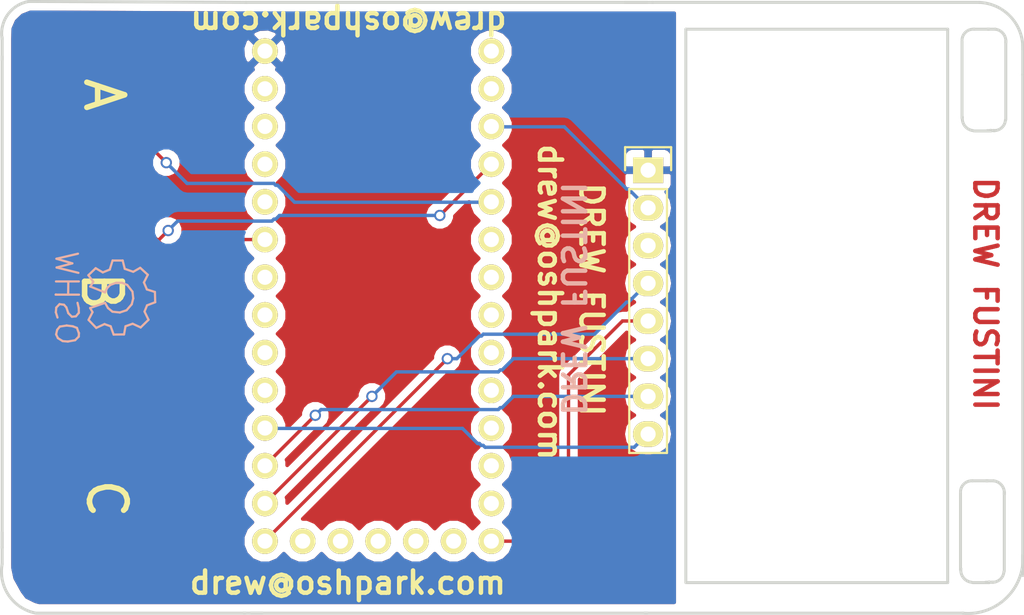
<source format=kicad_pcb>
(kicad_pcb (version 4) (host pcbnew 4.0.2-1.fc23-product)

  (general
    (links 10)
    (no_connects 0)
    (area 119.126 90.932 189.484 133.731)
    (thickness 1.6)
    (drawings 56)
    (tracks 81)
    (zones 0)
    (modules 6)
    (nets 35)
  )

  (page A4)
  (layers
    (0 F.Cu signal)
    (31 B.Cu signal)
    (32 B.Adhes user)
    (33 F.Adhes user)
    (34 B.Paste user)
    (35 F.Paste user)
    (36 B.SilkS user)
    (37 F.SilkS user)
    (38 B.Mask user)
    (39 F.Mask user)
    (40 Dwgs.User user hide)
    (41 Cmts.User user hide)
    (42 Eco1.User user hide)
    (43 Eco2.User user hide)
    (44 Edge.Cuts user)
    (45 Margin user hide)
    (46 B.CrtYd user hide)
    (47 F.CrtYd user hide)
    (48 B.Fab user hide)
    (49 F.Fab user hide)
  )

  (setup
    (last_trace_width 0.2286)
    (trace_clearance 0.254)
    (zone_clearance 0.508)
    (zone_45_only no)
    (trace_min 0.2286)
    (segment_width 0.2)
    (edge_width 0.2)
    (via_size 0.762)
    (via_drill 0.508)
    (via_min_size 0.762)
    (via_min_drill 0.508)
    (uvia_size 0.3)
    (uvia_drill 0.1)
    (uvias_allowed no)
    (uvia_min_size 0)
    (uvia_min_drill 0)
    (pcb_text_width 0.3)
    (pcb_text_size 1.5 1.5)
    (mod_edge_width 0.15)
    (mod_text_size 1 1)
    (mod_text_width 0.15)
    (pad_size 1.524 1.524)
    (pad_drill 0.762)
    (pad_to_mask_clearance 0.2)
    (aux_axis_origin 0 0)
    (visible_elements FFFFFF7F)
    (pcbplotparams
      (layerselection 0x00030_80000001)
      (usegerberextensions false)
      (excludeedgelayer true)
      (linewidth 0.100000)
      (plotframeref false)
      (viasonmask false)
      (mode 1)
      (useauxorigin false)
      (hpglpennumber 1)
      (hpglpenspeed 20)
      (hpglpendiameter 15)
      (hpglpenoverlay 2)
      (psnegative false)
      (psa4output false)
      (plotreference true)
      (plotvalue true)
      (plotinvisibletext false)
      (padsonsilk false)
      (subtractmaskfromsilk false)
      (outputformat 1)
      (mirror false)
      (drillshape 1)
      (scaleselection 1)
      (outputdirectory ""))
  )

  (net 0 "")
  (net 1 "Net-(J1-Pad0)")
  (net 2 "Net-(J1-Pad1)")
  (net 3 "Net-(J1-Pad2)")
  (net 4 "Net-(J1-Pad3)")
  (net 5 "Net-(J1-Pad5)")
  (net 6 "Net-(J1-Pad6)")
  (net 7 "Net-(J1-Pad7)")
  (net 8 "Net-(J1-Pad8)")
  (net 9 "Net-(J1-Pad17A)")
  (net 10 "Net-(J1-Pad3V1)")
  (net 11 "Net-(J1-PadG2)")
  (net 12 "Net-(J1-PadPGM)")
  (net 13 "Net-(J1-PadDAC)")
  (net 14 "Net-(J1-Pad16)")
  (net 15 "Net-(J1-Pad17)")
  (net 16 "Net-(J1-PadG3)")
  (net 17 "Net-(J1-PadVIN)")
  (net 18 "Net-(J1-Pad21)")
  (net 19 "Net-(J1-Pad20)")
  (net 20 "Net-(J1-Pad14)")
  (net 21 "Net-(J1-Pad15)")
  (net 22 /CS)
  (net 23 /RST)
  (net 24 /GND)
  (net 25 /VIN)
  (net 26 /Data)
  (net 27 /CLK)
  (net 28 /DC)
  (net 29 "Net-(J1-Pad18)")
  (net 30 "Net-(J1-Pad19)")
  (net 31 "Net-(J2-Pad3)")
  (net 32 "Net-(CAP3-Pad1)")
  (net 33 "Net-(CAP1-Pad1)")
  (net 34 "Net-(CAP2-Pad1)")

  (net_class Default "This is the default net class."
    (clearance 0.254)
    (trace_width 0.2286)
    (via_dia 0.762)
    (via_drill 0.508)
    (uvia_dia 0.3)
    (uvia_drill 0.1)
    (add_net /CLK)
    (add_net /CS)
    (add_net /DC)
    (add_net /Data)
    (add_net /GND)
    (add_net /RST)
    (add_net /VIN)
    (add_net "Net-(CAP1-Pad1)")
    (add_net "Net-(CAP2-Pad1)")
    (add_net "Net-(CAP3-Pad1)")
    (add_net "Net-(J1-Pad0)")
    (add_net "Net-(J1-Pad1)")
    (add_net "Net-(J1-Pad14)")
    (add_net "Net-(J1-Pad15)")
    (add_net "Net-(J1-Pad16)")
    (add_net "Net-(J1-Pad17)")
    (add_net "Net-(J1-Pad17A)")
    (add_net "Net-(J1-Pad18)")
    (add_net "Net-(J1-Pad19)")
    (add_net "Net-(J1-Pad2)")
    (add_net "Net-(J1-Pad20)")
    (add_net "Net-(J1-Pad21)")
    (add_net "Net-(J1-Pad3)")
    (add_net "Net-(J1-Pad3V1)")
    (add_net "Net-(J1-Pad5)")
    (add_net "Net-(J1-Pad6)")
    (add_net "Net-(J1-Pad7)")
    (add_net "Net-(J1-Pad8)")
    (add_net "Net-(J1-PadDAC)")
    (add_net "Net-(J1-PadG2)")
    (add_net "Net-(J1-PadG3)")
    (add_net "Net-(J1-PadPGM)")
    (add_net "Net-(J1-PadVIN)")
    (add_net "Net-(J2-Pad3)")
  )

  (module Wickerlib:TEENSY-LC (layer F.Cu) (tedit 5773C019) (tstamp 5774F54A)
    (at 148.5011 105.0036)
    (path /573A858B)
    (fp_text reference J1 (at 2.8829 20.2184) (layer F.SilkS) hide
      (effects (font (size 1 1) (thickness 0.15)))
    )
    (fp_text value TEENSY-LC (at -2.54 20.32 180) (layer F.Fab)
      (effects (font (size 1 1) (thickness 0.15)))
    )
    (fp_text user "TEENSY LC" (at -3.5941 10.5664) (layer F.SilkS) hide
      (effects (font (size 1 1) (thickness 0.15)))
    )
    (fp_line (start -11.43 24.13) (end 6.35 24.13) (layer F.CrtYd) (width 0.1524))
    (fp_line (start -11.43 -11.43) (end -11.43 24.13) (layer F.CrtYd) (width 0.1524))
    (fp_line (start 6.35 -11.43) (end -11.43 -11.43) (layer F.CrtYd) (width 0.1524))
    (fp_line (start 6.35 24.13) (end 6.35 -11.43) (layer F.CrtYd) (width 0.1524))
    (pad G1 thru_hole circle (at -10.16 -10.16) (size 1.7272 1.7272) (drill 1.016) (layers *.Cu *.Mask F.SilkS)
      (net 24 /GND))
    (pad 0 thru_hole circle (at -10.16 -7.62) (size 1.7272 1.7272) (drill 1.016) (layers *.Cu *.Mask F.SilkS)
      (net 1 "Net-(J1-Pad0)"))
    (pad 1 thru_hole circle (at -10.16 -5.08) (size 1.7272 1.7272) (drill 1.016) (layers *.Cu *.Mask F.SilkS)
      (net 2 "Net-(J1-Pad1)"))
    (pad 2 thru_hole circle (at -10.16 -2.54) (size 1.7272 1.7272) (drill 1.016) (layers *.Cu *.Mask F.SilkS)
      (net 3 "Net-(J1-Pad2)"))
    (pad 3 thru_hole circle (at -10.16 0) (size 1.7272 1.7272) (drill 1.016) (layers *.Cu *.Mask F.SilkS)
      (net 4 "Net-(J1-Pad3)"))
    (pad 4 thru_hole circle (at -10.16 2.54) (size 1.7272 1.7272) (drill 1.016) (layers *.Cu *.Mask F.SilkS)
      (net 32 "Net-(CAP3-Pad1)"))
    (pad 5 thru_hole circle (at -10.16 5.08) (size 1.7272 1.7272) (drill 1.016) (layers *.Cu *.Mask F.SilkS)
      (net 5 "Net-(J1-Pad5)"))
    (pad 6 thru_hole circle (at -10.16 7.62) (size 1.7272 1.7272) (drill 1.016) (layers *.Cu *.Mask F.SilkS)
      (net 6 "Net-(J1-Pad6)"))
    (pad 7 thru_hole circle (at -10.16 10.16) (size 1.7272 1.7272) (drill 1.016) (layers *.Cu *.Mask F.SilkS)
      (net 7 "Net-(J1-Pad7)"))
    (pad 8 thru_hole circle (at -10.16 12.7) (size 1.7272 1.7272) (drill 1.016) (layers *.Cu *.Mask F.SilkS)
      (net 8 "Net-(J1-Pad8)"))
    (pad 9 thru_hole circle (at -10.16 15.24) (size 1.7272 1.7272) (drill 1.016) (layers *.Cu *.Mask F.SilkS)
      (net 26 /Data))
    (pad 10 thru_hole circle (at -10.16 17.78) (size 1.7272 1.7272) (drill 1.016) (layers *.Cu *.Mask F.SilkS)
      (net 27 /CLK))
    (pad 11 thru_hole circle (at -10.16 20.32) (size 1.7272 1.7272) (drill 1.016) (layers *.Cu *.Mask F.SilkS)
      (net 28 /DC))
    (pad 12 thru_hole circle (at -10.16 22.86) (size 1.7272 1.7272) (drill 1.016) (layers *.Cu *.Mask F.SilkS)
      (net 22 /CS))
    (pad 17A thru_hole circle (at -7.62 22.86) (size 1.7272 1.7272) (drill 1.016) (layers *.Cu *.Mask F.SilkS)
      (net 9 "Net-(J1-Pad17A)"))
    (pad 3V1 thru_hole circle (at -5.08 22.86) (size 1.7272 1.7272) (drill 1.016) (layers *.Cu *.Mask F.SilkS)
      (net 10 "Net-(J1-Pad3V1)"))
    (pad G2 thru_hole circle (at -2.54 22.86) (size 1.7272 1.7272) (drill 1.016) (layers *.Cu *.Mask F.SilkS)
      (net 11 "Net-(J1-PadG2)"))
    (pad PGM thru_hole circle (at 0 22.86) (size 1.7272 1.7272) (drill 1.016) (layers *.Cu *.Mask F.SilkS)
      (net 12 "Net-(J1-PadPGM)"))
    (pad DAC thru_hole circle (at 2.54 22.86) (size 1.7272 1.7272) (drill 1.016) (layers *.Cu *.Mask F.SilkS)
      (net 13 "Net-(J1-PadDAC)"))
    (pad 13 thru_hole circle (at 5.08 22.86) (size 1.7272 1.7272) (drill 1.016) (layers *.Cu *.Mask F.SilkS)
      (net 23 /RST))
    (pad 16 thru_hole circle (at 5.08 15.24) (size 1.7272 1.7272) (drill 1.016) (layers *.Cu *.Mask F.SilkS)
      (net 14 "Net-(J1-Pad16)"))
    (pad 3V2 thru_hole circle (at 5.08 -5.08) (size 1.7272 1.7272) (drill 1.016) (layers *.Cu *.Mask F.SilkS)
      (net 25 /VIN))
    (pad 18 thru_hole circle (at 5.08 10.16) (size 1.7272 1.7272) (drill 1.016) (layers *.Cu *.Mask F.SilkS)
      (net 29 "Net-(J1-Pad18)"))
    (pad 17 thru_hole circle (at 5.08 12.7) (size 1.7272 1.7272) (drill 1.016) (layers *.Cu *.Mask F.SilkS)
      (net 15 "Net-(J1-Pad17)"))
    (pad G3 thru_hole circle (at 5.08 -7.62) (size 1.7272 1.7272) (drill 1.016) (layers *.Cu *.Mask F.SilkS)
      (net 16 "Net-(J1-PadG3)"))
    (pad 22 thru_hole circle (at 5.08 0) (size 1.7272 1.7272) (drill 1.016) (layers *.Cu *.Mask F.SilkS)
      (net 33 "Net-(CAP1-Pad1)"))
    (pad VIN thru_hole circle (at 5.08 -10.16) (size 1.7272 1.7272) (drill 1.016) (layers *.Cu *.Mask F.SilkS)
      (net 17 "Net-(J1-PadVIN)"))
    (pad 21 thru_hole circle (at 5.08 2.54) (size 1.7272 1.7272) (drill 1.016) (layers *.Cu *.Mask F.SilkS)
      (net 18 "Net-(J1-Pad21)"))
    (pad 20 thru_hole circle (at 5.08 5.08) (size 1.7272 1.7272) (drill 1.016) (layers *.Cu *.Mask F.SilkS)
      (net 19 "Net-(J1-Pad20)"))
    (pad 19 thru_hole circle (at 5.08 7.62) (size 1.7272 1.7272) (drill 1.016) (layers *.Cu *.Mask F.SilkS)
      (net 30 "Net-(J1-Pad19)"))
    (pad 23 thru_hole circle (at 5.08 -2.54) (size 1.7272 1.7272) (drill 1.016) (layers *.Cu *.Mask F.SilkS)
      (net 34 "Net-(CAP2-Pad1)"))
    (pad 14 thru_hole circle (at 5.08 20.32) (size 1.7272 1.7272) (drill 1.016) (layers *.Cu *.Mask F.SilkS)
      (net 20 "Net-(J1-Pad14)"))
    (pad 15 thru_hole circle (at 5.08 17.78) (size 1.7272 1.7272) (drill 1.016) (layers *.Cu *.Mask F.SilkS)
      (net 21 "Net-(J1-Pad15)"))
  )

  (module Wickerlib:Pin_Header_Straight_1x08 (layer F.Cu) (tedit 5773C005) (tstamp 5774F561)
    (at 164.1348 102.87)
    (descr "Through hole pin header")
    (tags "pin header")
    (path /573AD5FE)
    (fp_text reference J2 (at 0 -5.1) (layer F.SilkS) hide
      (effects (font (size 1 1) (thickness 0.15)))
    )
    (fp_text value OLED_128x64 (at 0 -3.1) (layer F.Fab) hide
      (effects (font (size 1 1) (thickness 0.15)))
    )
    (fp_line (start -1.75 -1.75) (end -1.75 19.55) (layer F.CrtYd) (width 0.05))
    (fp_line (start 1.75 -1.75) (end 1.75 19.55) (layer F.CrtYd) (width 0.05))
    (fp_line (start -1.75 -1.75) (end 1.75 -1.75) (layer F.CrtYd) (width 0.05))
    (fp_line (start -1.75 19.55) (end 1.75 19.55) (layer F.CrtYd) (width 0.05))
    (fp_line (start 1.27 1.27) (end 1.27 19.05) (layer F.SilkS) (width 0.15))
    (fp_line (start 1.27 19.05) (end -1.27 19.05) (layer F.SilkS) (width 0.15))
    (fp_line (start -1.27 19.05) (end -1.27 1.27) (layer F.SilkS) (width 0.15))
    (fp_line (start 1.55 -1.55) (end 1.55 0) (layer F.SilkS) (width 0.15))
    (fp_line (start 1.27 1.27) (end -1.27 1.27) (layer F.SilkS) (width 0.15))
    (fp_line (start -1.55 0) (end -1.55 -1.55) (layer F.SilkS) (width 0.15))
    (fp_line (start -1.55 -1.55) (end 1.55 -1.55) (layer F.SilkS) (width 0.15))
    (pad 1 thru_hole rect (at 0 0) (size 2.032 1.7272) (drill 1.016) (layers *.Cu *.Mask F.SilkS)
      (net 24 /GND))
    (pad 2 thru_hole oval (at 0 2.54) (size 2.032 1.7272) (drill 1.016) (layers *.Cu *.Mask F.SilkS)
      (net 25 /VIN))
    (pad 3 thru_hole oval (at 0 5.08) (size 2.032 1.7272) (drill 1.016) (layers *.Cu *.Mask F.SilkS)
      (net 31 "Net-(J2-Pad3)"))
    (pad 4 thru_hole oval (at 0 7.62) (size 2.032 1.7272) (drill 1.016) (layers *.Cu *.Mask F.SilkS)
      (net 22 /CS))
    (pad 5 thru_hole oval (at 0 10.16) (size 2.032 1.7272) (drill 1.016) (layers *.Cu *.Mask F.SilkS)
      (net 23 /RST))
    (pad 6 thru_hole oval (at 0 12.7) (size 2.032 1.7272) (drill 1.016) (layers *.Cu *.Mask F.SilkS)
      (net 28 /DC))
    (pad 7 thru_hole oval (at 0 15.24) (size 2.032 1.7272) (drill 1.016) (layers *.Cu *.Mask F.SilkS)
      (net 27 /CLK))
    (pad 8 thru_hole oval (at 0 17.78) (size 2.032 1.7272) (drill 1.016) (layers *.Cu *.Mask F.SilkS)
      (net 26 /Data))
    (model Pin_Headers.3dshapes/Pin_Header_Straight_1x08.wrl
      (at (xyz 0 -0.35 0))
      (scale (xyz 1 1 1))
      (rotate (xyz 0 0 90))
    )
  )

  (module Wickerlib:Symbol_OSHW-Logo_SilkScreen (layer B.Cu) (tedit 57E18EBE) (tstamp 5775109D)
    (at 128.4732 111.4552 90)
    (descr "Symbol, OSHW-Logo, Silk Screen,")
    (tags "Symbol, OSHW-Logo, Silk Screen,")
    (fp_text reference REF** (at 0.09906 4.38912 90) (layer B.SilkS) hide
      (effects (font (size 1 1) (thickness 0.15)) (justify mirror))
    )
    (fp_text value Symbol_OSHW-Logo_SilkScreen (at 0.30988 -6.56082 90) (layer B.Fab) hide
      (effects (font (size 1 1) (thickness 0.15)) (justify mirror))
    )
    (fp_line (start 1.66878 -2.68986) (end 2.02946 -4.16052) (layer B.SilkS) (width 0.15))
    (fp_line (start 2.02946 -4.16052) (end 2.30886 -3.0988) (layer B.SilkS) (width 0.15))
    (fp_line (start 2.30886 -3.0988) (end 2.61874 -4.17068) (layer B.SilkS) (width 0.15))
    (fp_line (start 2.61874 -4.17068) (end 2.9591 -2.72034) (layer B.SilkS) (width 0.15))
    (fp_line (start 0.24892 -3.38074) (end 1.03886 -3.37058) (layer B.SilkS) (width 0.15))
    (fp_line (start 1.03886 -3.37058) (end 1.04902 -3.38074) (layer B.SilkS) (width 0.15))
    (fp_line (start 1.04902 -3.38074) (end 1.04902 -3.37058) (layer B.SilkS) (width 0.15))
    (fp_line (start 1.08966 -2.65938) (end 1.08966 -4.20116) (layer B.SilkS) (width 0.15))
    (fp_line (start 0.20066 -2.64922) (end 0.20066 -4.21894) (layer B.SilkS) (width 0.15))
    (fp_line (start 0.20066 -4.21894) (end 0.21082 -4.20878) (layer B.SilkS) (width 0.15))
    (fp_line (start -0.35052 -2.75082) (end -0.70104 -2.66954) (layer B.SilkS) (width 0.15))
    (fp_line (start -0.70104 -2.66954) (end -1.02108 -2.65938) (layer B.SilkS) (width 0.15))
    (fp_line (start -1.02108 -2.65938) (end -1.25984 -2.86004) (layer B.SilkS) (width 0.15))
    (fp_line (start -1.25984 -2.86004) (end -1.29032 -3.12928) (layer B.SilkS) (width 0.15))
    (fp_line (start -1.29032 -3.12928) (end -1.04902 -3.37058) (layer B.SilkS) (width 0.15))
    (fp_line (start -1.04902 -3.37058) (end -0.6604 -3.50012) (layer B.SilkS) (width 0.15))
    (fp_line (start -0.6604 -3.50012) (end -0.48006 -3.66014) (layer B.SilkS) (width 0.15))
    (fp_line (start -0.48006 -3.66014) (end -0.43942 -3.95986) (layer B.SilkS) (width 0.15))
    (fp_line (start -0.43942 -3.95986) (end -0.67056 -4.18084) (layer B.SilkS) (width 0.15))
    (fp_line (start -0.67056 -4.18084) (end -0.9906 -4.20878) (layer B.SilkS) (width 0.15))
    (fp_line (start -0.9906 -4.20878) (end -1.34112 -4.09956) (layer B.SilkS) (width 0.15))
    (fp_line (start -2.37998 -2.64922) (end -2.6289 -2.66954) (layer B.SilkS) (width 0.15))
    (fp_line (start -2.6289 -2.66954) (end -2.8702 -2.91084) (layer B.SilkS) (width 0.15))
    (fp_line (start -2.8702 -2.91084) (end -2.9591 -3.40106) (layer B.SilkS) (width 0.15))
    (fp_line (start -2.9591 -3.40106) (end -2.93116 -3.74904) (layer B.SilkS) (width 0.15))
    (fp_line (start -2.93116 -3.74904) (end -2.7305 -4.06908) (layer B.SilkS) (width 0.15))
    (fp_line (start -2.7305 -4.06908) (end -2.47904 -4.191) (layer B.SilkS) (width 0.15))
    (fp_line (start -2.47904 -4.191) (end -2.16916 -4.11988) (layer B.SilkS) (width 0.15))
    (fp_line (start -2.16916 -4.11988) (end -1.95072 -3.93954) (layer B.SilkS) (width 0.15))
    (fp_line (start -1.95072 -3.93954) (end -1.8796 -3.4798) (layer B.SilkS) (width 0.15))
    (fp_line (start -1.8796 -3.4798) (end -1.9304 -3.07086) (layer B.SilkS) (width 0.15))
    (fp_line (start -1.9304 -3.07086) (end -2.03962 -2.78892) (layer B.SilkS) (width 0.15))
    (fp_line (start -2.03962 -2.78892) (end -2.4003 -2.65938) (layer B.SilkS) (width 0.15))
    (fp_line (start -1.78054 -0.92964) (end -2.03962 -1.49098) (layer B.SilkS) (width 0.15))
    (fp_line (start -2.03962 -1.49098) (end -1.50114 -2.00914) (layer B.SilkS) (width 0.15))
    (fp_line (start -1.50114 -2.00914) (end -0.98044 -1.7399) (layer B.SilkS) (width 0.15))
    (fp_line (start -0.98044 -1.7399) (end -0.70104 -1.89992) (layer B.SilkS) (width 0.15))
    (fp_line (start 0.73914 -1.8796) (end 1.06934 -1.6891) (layer B.SilkS) (width 0.15))
    (fp_line (start 1.06934 -1.6891) (end 1.50876 -2.0193) (layer B.SilkS) (width 0.15))
    (fp_line (start 1.50876 -2.0193) (end 1.9812 -1.52908) (layer B.SilkS) (width 0.15))
    (fp_line (start 1.9812 -1.52908) (end 1.69926 -1.04902) (layer B.SilkS) (width 0.15))
    (fp_line (start 1.69926 -1.04902) (end 1.88976 -0.57912) (layer B.SilkS) (width 0.15))
    (fp_line (start 1.88976 -0.57912) (end 2.49936 -0.39116) (layer B.SilkS) (width 0.15))
    (fp_line (start 2.49936 -0.39116) (end 2.49936 0.28956) (layer B.SilkS) (width 0.15))
    (fp_line (start 2.49936 0.28956) (end 1.94056 0.42926) (layer B.SilkS) (width 0.15))
    (fp_line (start 1.94056 0.42926) (end 1.7399 1.00076) (layer B.SilkS) (width 0.15))
    (fp_line (start 1.7399 1.00076) (end 2.00914 1.47066) (layer B.SilkS) (width 0.15))
    (fp_line (start 2.00914 1.47066) (end 1.53924 1.9812) (layer B.SilkS) (width 0.15))
    (fp_line (start 1.53924 1.9812) (end 1.02108 1.71958) (layer B.SilkS) (width 0.15))
    (fp_line (start 1.02108 1.71958) (end 0.55118 1.92024) (layer B.SilkS) (width 0.15))
    (fp_line (start 0.55118 1.92024) (end 0.381 2.46126) (layer B.SilkS) (width 0.15))
    (fp_line (start 0.381 2.46126) (end -0.30988 2.47904) (layer B.SilkS) (width 0.15))
    (fp_line (start -0.30988 2.47904) (end -0.5207 1.9304) (layer B.SilkS) (width 0.15))
    (fp_line (start -0.5207 1.9304) (end -0.9398 1.76022) (layer B.SilkS) (width 0.15))
    (fp_line (start -0.9398 1.76022) (end -1.49098 2.02946) (layer B.SilkS) (width 0.15))
    (fp_line (start -1.49098 2.02946) (end -2.00914 1.50114) (layer B.SilkS) (width 0.15))
    (fp_line (start -2.00914 1.50114) (end -1.76022 0.96012) (layer B.SilkS) (width 0.15))
    (fp_line (start -1.76022 0.96012) (end -1.9304 0.48006) (layer B.SilkS) (width 0.15))
    (fp_line (start -1.9304 0.48006) (end -2.47904 0.381) (layer B.SilkS) (width 0.15))
    (fp_line (start -2.47904 0.381) (end -2.4892 -0.32004) (layer B.SilkS) (width 0.15))
    (fp_line (start -2.4892 -0.32004) (end -1.9304 -0.5207) (layer B.SilkS) (width 0.15))
    (fp_line (start -1.9304 -0.5207) (end -1.7907 -0.91948) (layer B.SilkS) (width 0.15))
    (fp_line (start 0.35052 -0.89916) (end 0.65024 -0.7493) (layer B.SilkS) (width 0.15))
    (fp_line (start 0.65024 -0.7493) (end 0.8509 -0.55118) (layer B.SilkS) (width 0.15))
    (fp_line (start 0.8509 -0.55118) (end 1.00076 -0.14986) (layer B.SilkS) (width 0.15))
    (fp_line (start 1.00076 -0.14986) (end 1.00076 0.24892) (layer B.SilkS) (width 0.15))
    (fp_line (start 1.00076 0.24892) (end 0.8509 0.59944) (layer B.SilkS) (width 0.15))
    (fp_line (start 0.8509 0.59944) (end 0.39878 0.94996) (layer B.SilkS) (width 0.15))
    (fp_line (start 0.39878 0.94996) (end -0.0508 1.00076) (layer B.SilkS) (width 0.15))
    (fp_line (start -0.0508 1.00076) (end -0.44958 0.89916) (layer B.SilkS) (width 0.15))
    (fp_line (start -0.44958 0.89916) (end -0.8509 0.55118) (layer B.SilkS) (width 0.15))
    (fp_line (start -0.8509 0.55118) (end -1.00076 0.09906) (layer B.SilkS) (width 0.15))
    (fp_line (start -1.00076 0.09906) (end -0.94996 -0.39878) (layer B.SilkS) (width 0.15))
    (fp_line (start -0.94996 -0.39878) (end -0.70104 -0.70104) (layer B.SilkS) (width 0.15))
    (fp_line (start -0.70104 -0.70104) (end -0.35052 -0.89916) (layer B.SilkS) (width 0.15))
    (fp_line (start -0.35052 -0.89916) (end -0.70104 -1.89992) (layer B.SilkS) (width 0.15))
    (fp_line (start 0.35052 -0.89916) (end 0.7493 -1.89992) (layer B.SilkS) (width 0.15))
  )

  (module Wickerlib:CAPSENSE_CIRCLE_D10 (layer F.Cu) (tedit 57E18478) (tstamp 57E18022)
    (at 127.4318 98.0948 90)
    (path /57E17B23)
    (fp_text reference CAP1 (at -0.025 -7.05 90) (layer F.SilkS) hide
      (effects (font (size 1 1) (thickness 0.15)))
    )
    (fp_text value CAPSENSE_CIRCLE (at 0.025 7.325 90) (layer F.Fab)
      (effects (font (size 1 1) (thickness 0.15)))
    )
    (pad 1 smd circle (at 0 0 90) (size 10.16 10.16) (layers F.Cu)
      (net 33 "Net-(CAP1-Pad1)") (clearance 0.508))
  )

  (module Wickerlib:CAPSENSE_CIRCLE_D10 (layer F.Cu) (tedit 57E18471) (tstamp 57E18027)
    (at 127.6096 111.0996)
    (path /57E17C95)
    (fp_text reference CAP2 (at -0.025 -7.05) (layer F.SilkS) hide
      (effects (font (size 1 1) (thickness 0.15)))
    )
    (fp_text value CAPSENSE_CIRCLE (at 0.025 7.325) (layer F.Fab)
      (effects (font (size 1 1) (thickness 0.15)))
    )
    (pad 1 smd circle (at 0 0) (size 10.16 10.16) (layers F.Cu)
      (net 34 "Net-(CAP2-Pad1)") (clearance 0.508))
  )

  (module Wickerlib:CAPSENSE_CIRCLE_D10 (layer F.Cu) (tedit 57E18464) (tstamp 57E1802C)
    (at 127.8636 125.349)
    (path /57E17E3A)
    (fp_text reference CAP3 (at -0.025 -7.05) (layer F.SilkS) hide
      (effects (font (size 1 1) (thickness 0.15)))
    )
    (fp_text value CAPSENSE_CIRCLE (at 0.025 7.325) (layer F.Fab)
      (effects (font (size 1 1) (thickness 0.15)))
    )
    (pad 1 smd circle (at 0 0) (size 10.16 10.16) (layers F.Cu)
      (net 32 "Net-(CAP3-Pad1)") (clearance 0.508))
  )

  (gr_line (start 166.6748 130.6576) (end 184.3024 130.6576) (angle 90) (layer Edge.Cuts) (width 0.2))
  (gr_line (start 166.6748 93.3704) (end 184.3024 93.3704) (angle 90) (layer Edge.Cuts) (width 0.2))
  (gr_line (start 166.6748 130.6068) (end 166.6748 93.3704) (angle 90) (layer Edge.Cuts) (width 0.2))
  (gr_line (start 184.3024 93.3704) (end 184.3024 130.6576) (angle 90) (layer Edge.Cuts) (width 0.2))
  (gr_line (start 188.1124 124.5616) (end 188.1124 129.8956) (angle 90) (layer Edge.Cuts) (width 0.2) (tstamp 57E18649))
  (gr_line (start 185.166 124.6124) (end 185.166 129.794) (angle 90) (layer Edge.Cuts) (width 0.2) (tstamp 57E18648))
  (gr_arc (start 187.2996 124.6124) (end 187.4012 123.7996) (angle 90) (layer Edge.Cuts) (width 0.2) (tstamp 57E18647))
  (gr_arc (start 185.928 124.5616) (end 185.166 124.5108) (angle 90) (layer Edge.Cuts) (width 0.2) (tstamp 57E18646))
  (gr_line (start 186.8932 123.7996) (end 187.4012 123.7996) (angle 90) (layer Edge.Cuts) (width 0.2) (tstamp 57E18645))
  (gr_line (start 187.3758 130.6322) (end 186.8678 130.6322) (angle 90) (layer Edge.Cuts) (width 0.2) (tstamp 57E18644))
  (gr_arc (start 187.325 129.8702) (end 188.087 129.921) (angle 90) (layer Edge.Cuts) (width 0.2) (tstamp 57E18643))
  (gr_arc (start 186.0042 129.8194) (end 185.9026 130.6322) (angle 90) (layer Edge.Cuts) (width 0.2) (tstamp 57E18642))
  (gr_line (start 185.9788 130.6576) (end 187.0964 130.6576) (angle 90) (layer Edge.Cuts) (width 0.2) (tstamp 57E18641))
  (gr_line (start 187.0964 130.6576) (end 187.0964 130.6068) (angle 90) (layer Edge.Cuts) (width 0.2) (tstamp 57E18640))
  (gr_line (start 185.9788 123.7996) (end 186.9948 123.7996) (angle 90) (layer Edge.Cuts) (width 0.2) (tstamp 57E1863F))
  (gr_line (start 186.0804 93.3704) (end 187.0964 93.3704) (angle 90) (layer Edge.Cuts) (width 0.2))
  (gr_line (start 187.198 100.2284) (end 187.198 100.1776) (angle 90) (layer Edge.Cuts) (width 0.2))
  (gr_line (start 186.0804 100.2284) (end 187.198 100.2284) (angle 90) (layer Edge.Cuts) (width 0.2))
  (gr_arc (start 186.1058 99.3902) (end 186.0042 100.203) (angle 90) (layer Edge.Cuts) (width 0.2) (tstamp 57E1855C))
  (gr_arc (start 187.4266 99.441) (end 188.1886 99.4918) (angle 90) (layer Edge.Cuts) (width 0.2) (tstamp 57E1855B))
  (gr_line (start 187.4774 100.203) (end 186.9694 100.203) (angle 90) (layer Edge.Cuts) (width 0.2) (tstamp 57E1855A))
  (gr_line (start 186.9948 93.3704) (end 187.5028 93.3704) (angle 90) (layer Edge.Cuts) (width 0.2))
  (gr_arc (start 186.0296 94.1324) (end 185.2676 94.0816) (angle 90) (layer Edge.Cuts) (width 0.2))
  (gr_arc (start 187.4012 94.1832) (end 187.5028 93.3704) (angle 90) (layer Edge.Cuts) (width 0.2))
  (gr_line (start 185.2676 94.1832) (end 185.2676 99.3648) (angle 90) (layer Edge.Cuts) (width 0.2))
  (gr_line (start 188.214 94.1324) (end 188.214 99.4664) (angle 90) (layer Edge.Cuts) (width 0.2))
  (gr_text "DREW FUSTINI" (at 186.8424 111.2012 270) (layer F.Cu) (tstamp 57E1833F)
    (effects (font (size 1.5 1.5) (thickness 0.3)))
  )
  (gr_text C (at 127.6858 124.9934 270) (layer F.SilkS) (tstamp 57E18255)
    (effects (font (size 2.54 2.54) (thickness 0.375)))
  )
  (gr_text B (at 127.3556 111.0234 270) (layer F.SilkS) (tstamp 57E1824C)
    (effects (font (size 2.54 2.54) (thickness 0.375)))
  )
  (gr_text A (at 127.508 97.79 270) (layer F.SilkS)
    (effects (font (size 2.54 2.54) (thickness 0.375)))
  )
  (gr_line (start 137.0965 91.567) (end 122.9995 91.5035) (layer Edge.Cuts) (width 0.2))
  (gr_line (start 137.033 132.715) (end 122.9995 132.715) (layer Edge.Cuts) (width 0.2))
  (gr_line (start 163.8935 132.715) (end 185.3565 132.715) (angle 90) (layer Edge.Cuts) (width 0.2))
  (gr_line (start 189.357 96.4565) (end 189.357 94.4245) (angle 90) (layer Edge.Cuts) (width 0.2))
  (gr_line (start 164.4015 91.567) (end 186.436 91.567) (angle 90) (layer Edge.Cuts) (width 0.2))
  (gr_text "drew@oshpark.com\n" (at 143.9672 92.964 180) (layer F.SilkS)
    (effects (font (size 1.5 1.5) (thickness 0.3)))
  )
  (gr_text "drew@oshpark.com\n" (at 143.9164 130.6576) (layer F.SilkS)
    (effects (font (size 1.5 1.5) (thickness 0.3)))
  )
  (gr_text "drew@oshpark.com\n" (at 157.5308 111.76 270) (layer F.SilkS)
    (effects (font (size 1.5 1.5) (thickness 0.3)))
  )
  (gr_text "DREW FUSTINI" (at 160.3248 111.5822 270) (layer F.SilkS)
    (effects (font (size 1.5 1.5) (thickness 0.3)))
  )
  (gr_text "DREW FUSTINI" (at 186.8424 111.2012 270) (layer F.Mask)
    (effects (font (size 1.5 1.5) (thickness 0.3)))
  )
  (gr_text "DREW FUSTINI" (at 159.0802 111.5314 270) (layer B.SilkS)
    (effects (font (size 1.5 1.5) (thickness 0.3)) (justify mirror))
  )
  (gr_line (start 122.428 91.5035) (end 123.063 91.5035) (angle 90) (layer Edge.Cuts) (width 0.2))
  (gr_line (start 120.65 93.9165) (end 120.65 95.4405) (angle 90) (layer Edge.Cuts) (width 0.2))
  (gr_arc (start 122.809 93.6625) (end 120.65 94.0435) (angle 90) (layer Edge.Cuts) (width 0.2))
  (gr_line (start 162.56 91.567) (end 164.465 91.567) (angle 90) (layer Edge.Cuts) (width 0.2))
  (gr_arc (start 186.309 94.615) (end 186.436 91.567) (angle 90) (layer Edge.Cuts) (width 0.2))
  (gr_line (start 120.65 128.27) (end 120.65 129.413) (angle 90) (layer Edge.Cuts) (width 0.2))
  (gr_line (start 136.906 132.715) (end 138.176 132.715) (angle 90) (layer Edge.Cuts) (width 0.2))
  (gr_line (start 189.357 128.778) (end 189.357 129.667) (angle 90) (layer Edge.Cuts) (width 0.2))
  (gr_arc (start 185.674 129.032) (end 189.357 129.413) (angle 90) (layer Edge.Cuts) (width 0.2))
  (gr_arc (start 123.444 129.921) (end 122.936 132.715) (angle 90) (layer Edge.Cuts) (width 0.2))
  (gr_line (start 189.357 96.393) (end 189.357 130.175) (angle 90) (layer Edge.Cuts) (width 0.2))
  (gr_line (start 120.65 128.27) (end 120.65 127.254) (angle 90) (layer Edge.Cuts) (width 0.2))
  (gr_line (start 120.65 95.1865) (end 120.65 128.3335) (angle 90) (layer Edge.Cuts) (width 0.2))
  (gr_line (start 137.414 132.715) (end 164.084 132.715) (angle 90) (layer Edge.Cuts) (width 0.2))
  (gr_line (start 137.033 91.567) (end 164.084 91.567) (angle 90) (layer Edge.Cuts) (width 0.2))

  (segment (start 164.1348 110.49) (end 164.084 110.49) (width 0.2286) (layer B.Cu) (net 22) (status 80000))
  (segment (start 164.084 110.49) (end 162.814 111.76) (width 0.2286) (layer B.Cu) (net 22) (status 80000))
  (segment (start 162.814 111.76) (end 162.687 111.76) (width 0.2286) (layer B.Cu) (net 22) (status 80000))
  (segment (start 162.687 111.76) (end 160.528 113.919) (width 0.2286) (layer B.Cu) (net 22) (status 80000))
  (segment (start 160.528 113.919) (end 153.035 113.919) (width 0.2286) (layer B.Cu) (net 22) (status 80000))
  (segment (start 153.035 113.919) (end 152.908 114.046) (width 0.2286) (layer B.Cu) (net 22) (status 80000))
  (segment (start 152.908 114.046) (end 152.781 114.046) (width 0.2286) (layer B.Cu) (net 22) (status 80000))
  (segment (start 152.781 114.046) (end 151.257 115.57) (width 0.2286) (layer B.Cu) (net 22) (status 80000))
  (segment (start 151.257 115.57) (end 150.622 115.57) (width 0.2286) (layer B.Cu) (net 22) (status 80000))
  (via (at 150.622 115.57) (size 0.762) (layers F.Cu B.Cu) (net 22) (status 80000))
  (segment (start 150.622 115.57) (end 138.303 127.889) (width 0.2286) (layer F.Cu) (net 22) (status 80000))
  (segment (start 138.303 127.889) (end 138.3411 127.8636) (width 0.2286) (layer F.Cu) (net 22) (tstamp 57E191B0) (status 80000))
  (segment (start 153.5811 127.8636) (end 157.3276 127.8636) (width 0.2286) (layer F.Cu) (net 23))
  (segment (start 157.3276 127.8636) (end 158.7754 126.4158) (width 0.2286) (layer F.Cu) (net 23) (tstamp 57E191CA))
  (segment (start 158.7754 126.4158) (end 158.7754 116.6622) (width 0.2286) (layer F.Cu) (net 23) (tstamp 57E191CC))
  (segment (start 158.7754 116.6622) (end 162.4076 113.03) (width 0.2286) (layer F.Cu) (net 23) (tstamp 57E191CE))
  (segment (start 162.4076 113.03) (end 164.1348 113.03) (width 0.2286) (layer F.Cu) (net 23) (tstamp 57E191CF))
  (segment (start 164.1348 113.03) (end 163.957 113.03) (width 0.2286) (layer F.Cu) (net 23) (status 80000))
  (segment (start 153.543 127.254) (end 153.543 127.889) (width 0.2286) (layer F.Cu) (net 23) (status 80000))
  (segment (start 153.543 127.889) (end 153.5811 127.8636) (width 0.2286) (layer F.Cu) (net 23) (tstamp 57E191AF) (status 80000))
  (segment (start 164.1348 105.41) (end 164.084 105.41) (width 0.2286) (layer B.Cu) (net 25) (status 80000))
  (segment (start 164.084 105.41) (end 162.814 104.14) (width 0.2286) (layer B.Cu) (net 25) (status 80000))
  (segment (start 162.814 104.14) (end 162.687 104.14) (width 0.2286) (layer B.Cu) (net 25) (status 80000))
  (segment (start 162.687 104.14) (end 158.496 99.949) (width 0.2286) (layer B.Cu) (net 25) (status 80000))
  (segment (start 158.496 99.949) (end 153.543 99.949) (width 0.2286) (layer B.Cu) (net 25) (status 80000))
  (segment (start 153.543 99.949) (end 153.5811 99.9236) (width 0.2286) (layer B.Cu) (net 25) (tstamp 57E191AB) (status 80000))
  (segment (start 164.1348 120.65) (end 164.084 120.65) (width 0.2286) (layer B.Cu) (net 26) (status 80000))
  (segment (start 164.084 120.65) (end 163.195 121.539) (width 0.2286) (layer B.Cu) (net 26) (status 80000))
  (segment (start 163.195 121.539) (end 153.162 121.539) (width 0.2286) (layer B.Cu) (net 26) (status 80000))
  (segment (start 153.162 121.539) (end 153.035 121.412) (width 0.2286) (layer B.Cu) (net 26) (status 80000))
  (segment (start 153.035 121.412) (end 152.908 121.412) (width 0.2286) (layer B.Cu) (net 26) (status 80000))
  (segment (start 152.908 121.412) (end 152.781 121.285) (width 0.2286) (layer B.Cu) (net 26) (status 80000))
  (segment (start 152.781 121.285) (end 152.654 121.285) (width 0.2286) (layer B.Cu) (net 26) (status 80000))
  (segment (start 152.654 121.285) (end 151.638 120.269) (width 0.2286) (layer B.Cu) (net 26) (status 80000))
  (segment (start 151.638 120.269) (end 138.303 120.269) (width 0.2286) (layer B.Cu) (net 26) (status 80000))
  (segment (start 138.303 120.269) (end 138.3411 120.2436) (width 0.2286) (layer B.Cu) (net 26) (tstamp 57E191AA) (status 80000))
  (segment (start 138.3411 122.7836) (end 138.303 122.809) (width 0.2286) (layer F.Cu) (net 27) (status 80000))
  (segment (start 138.303 122.809) (end 141.732 119.38) (width 0.2286) (layer F.Cu) (net 27) (status 80000))
  (via (at 141.732 119.38) (size 0.762) (layers F.Cu B.Cu) (net 27) (status 80000))
  (segment (start 141.732 119.38) (end 142.113 118.999) (width 0.2286) (layer B.Cu) (net 27) (status 80000))
  (segment (start 142.113 118.999) (end 154.051 118.999) (width 0.2286) (layer B.Cu) (net 27) (status 80000))
  (segment (start 154.051 118.999) (end 154.178 118.872) (width 0.2286) (layer B.Cu) (net 27) (status 80000))
  (segment (start 154.178 118.872) (end 154.305 118.872) (width 0.2286) (layer B.Cu) (net 27) (status 80000))
  (segment (start 154.305 118.872) (end 155.067 118.11) (width 0.2286) (layer B.Cu) (net 27) (status 80000))
  (segment (start 155.067 118.11) (end 164.1348 118.11) (width 0.2286) (layer B.Cu) (net 27) (status 80000))
  (segment (start 138.3411 125.3236) (end 138.303 125.349) (width 0.2286) (layer F.Cu) (net 28) (status 80000))
  (segment (start 138.303 125.349) (end 145.542 118.11) (width 0.2286) (layer F.Cu) (net 28) (status 80000))
  (via (at 145.542 118.11) (size 0.762) (layers F.Cu B.Cu) (net 28) (status 80000))
  (segment (start 145.542 118.11) (end 147.193 116.459) (width 0.2286) (layer B.Cu) (net 28) (status 80000))
  (segment (start 147.193 116.459) (end 154.051 116.459) (width 0.2286) (layer B.Cu) (net 28) (status 80000))
  (segment (start 154.051 116.459) (end 154.178 116.332) (width 0.2286) (layer B.Cu) (net 28) (status 80000))
  (segment (start 154.178 116.332) (end 154.305 116.332) (width 0.2286) (layer B.Cu) (net 28) (status 80000))
  (segment (start 154.305 116.332) (end 155.067 115.57) (width 0.2286) (layer B.Cu) (net 28) (status 80000))
  (segment (start 155.067 115.57) (end 164.1348 115.57) (width 0.2286) (layer B.Cu) (net 28) (status 80000))
  (segment (start 138.3411 107.5436) (end 135.89 107.5436) (width 0.2286) (layer F.Cu) (net 32))
  (segment (start 135.89 107.5436) (end 134.4422 108.9914) (width 0.2286) (layer F.Cu) (net 32) (tstamp 57E191BB))
  (segment (start 134.4422 108.9914) (end 134.4422 118.7704) (width 0.2286) (layer F.Cu) (net 32) (tstamp 57E191BD))
  (segment (start 134.4422 118.7704) (end 127.8636 125.349) (width 0.2286) (layer F.Cu) (net 32) (tstamp 57E191BF))
  (segment (start 138.3411 107.5436) (end 138.303 107.569) (width 0.2286) (layer F.Cu) (net 32) (status 80000))
  (segment (start 127.889 125.349) (end 127.8636 125.349) (width 0.2286) (layer F.Cu) (net 32) (tstamp 57E191AE) (status 80000))
  (segment (start 127.4318 98.0948) (end 131.699 102.362) (width 0.2286) (layer F.Cu) (net 33) (status 80000))
  (via (at 131.699 102.362) (size 0.762) (layers F.Cu B.Cu) (net 33) (status 80000))
  (segment (start 131.699 102.362) (end 133.096 103.759) (width 0.2286) (layer B.Cu) (net 33) (status 80000))
  (segment (start 133.096 103.759) (end 138.938 103.759) (width 0.2286) (layer B.Cu) (net 33) (status 80000))
  (segment (start 138.938 103.759) (end 139.065 103.886) (width 0.2286) (layer B.Cu) (net 33) (status 80000))
  (segment (start 139.065 103.886) (end 139.192 103.886) (width 0.2286) (layer B.Cu) (net 33) (status 80000))
  (segment (start 139.192 103.886) (end 140.335 105.029) (width 0.2286) (layer B.Cu) (net 33) (status 80000))
  (segment (start 140.335 105.029) (end 153.543 105.029) (width 0.2286) (layer B.Cu) (net 33) (status 80000))
  (segment (start 153.543 105.029) (end 153.5811 105.0036) (width 0.2286) (layer B.Cu) (net 33) (tstamp 57E191AC) (status 80000))
  (segment (start 127.6096 111.0996) (end 127.762 110.998) (width 0.2286) (layer F.Cu) (net 34) (status 80000))
  (segment (start 127.762 110.998) (end 131.826 106.934) (width 0.2286) (layer F.Cu) (net 34) (status 80000))
  (via (at 131.826 106.934) (size 0.762) (layers F.Cu B.Cu) (net 34) (status 80000))
  (segment (start 131.826 106.934) (end 132.461 106.299) (width 0.2286) (layer B.Cu) (net 34) (status 80000))
  (segment (start 132.461 106.299) (end 138.811 106.299) (width 0.2286) (layer B.Cu) (net 34) (status 80000))
  (segment (start 138.811 106.299) (end 138.938 106.172) (width 0.2286) (layer B.Cu) (net 34) (status 80000))
  (segment (start 138.938 106.172) (end 139.065 106.172) (width 0.2286) (layer B.Cu) (net 34) (status 80000))
  (segment (start 139.065 106.172) (end 139.319 105.918) (width 0.2286) (layer B.Cu) (net 34) (status 80000))
  (segment (start 139.319 105.918) (end 150.114 105.918) (width 0.2286) (layer B.Cu) (net 34) (status 80000))
  (via (at 150.114 105.918) (size 0.762) (layers F.Cu B.Cu) (net 34) (status 80000))
  (segment (start 150.114 105.918) (end 153.543 102.489) (width 0.2286) (layer F.Cu) (net 34) (status 80000))
  (segment (start 153.543 102.489) (end 153.5811 102.4636) (width 0.2286) (layer F.Cu) (net 34) (tstamp 57E191AD) (status 80000))

  (zone (net 24) (net_name /GND) (layer F.Cu) (tstamp 57E188AE) (hatch edge 0.508)
    (connect_pads (clearance 0.508))
    (min_thickness 0.254)
    (fill yes (arc_segments 16) (thermal_gap 0.508) (thermal_bridge_width 0.508))
    (polygon
      (pts
        (xy 166.0144 99.4664) (xy 166.0144 91.9988) (xy 122.428 91.948) (xy 121.8184 92.2528) (xy 121.412 92.71)
        (xy 121.158 93.1672) (xy 121.0564 93.6244) (xy 121.158 129.1844) (xy 121.412 130.4036) (xy 121.92 131.318)
        (xy 122.2248 131.7244) (xy 122.8344 132.0292) (xy 123.3932 132.1816) (xy 144.5768 132.1816) (xy 155.6512 132.1816)
        (xy 166.0144 132.1816) (xy 166.0144 99.3648)
      )
    )
    (filled_polygon
      (pts
        (xy 137.031569 92.301715) (xy 137.033 92.302) (xy 165.8874 92.302) (xy 165.8874 131.98) (xy 123.136675 131.98)
        (xy 122.940388 131.926467) (xy 122.809541 131.87478) (xy 122.308412 131.624216) (xy 122.026806 131.248741) (xy 121.532394 130.358799)
        (xy 121.389378 129.672323) (xy 121.385 129.406938) (xy 121.385 126.480796) (xy 122.147611 126.480796) (xy 123.015834 128.582058)
        (xy 124.622086 130.191116) (xy 126.721829 131.063005) (xy 128.995396 131.064989) (xy 131.096658 130.196766) (xy 132.705716 128.590514)
        (xy 133.577605 126.490771) (xy 133.579589 124.217204) (xy 132.711366 122.115942) (xy 132.434089 121.838181) (xy 134.972035 119.300235)
        (xy 135.134463 119.057145) (xy 135.1915 118.7704) (xy 135.1915 109.30177) (xy 136.20037 108.2929) (xy 137.029217 108.2929)
        (xy 137.069908 108.39138) (xy 137.491103 108.81331) (xy 137.492031 108.813695) (xy 137.07139 109.233603) (xy 136.842761 109.784202)
        (xy 136.842241 110.380382) (xy 137.069908 110.93138) (xy 137.491103 111.35331) (xy 137.492031 111.353695) (xy 137.07139 111.773603)
        (xy 136.842761 112.324202) (xy 136.842241 112.920382) (xy 137.069908 113.47138) (xy 137.491103 113.89331) (xy 137.492031 113.893695)
        (xy 137.07139 114.313603) (xy 136.842761 114.864202) (xy 136.842241 115.460382) (xy 137.069908 116.01138) (xy 137.491103 116.43331)
        (xy 137.492031 116.433695) (xy 137.07139 116.853603) (xy 136.842761 117.404202) (xy 136.842241 118.000382) (xy 137.069908 118.55138)
        (xy 137.491103 118.97331) (xy 137.492031 118.973695) (xy 137.07139 119.393603) (xy 136.842761 119.944202) (xy 136.842241 120.540382)
        (xy 137.069908 121.09138) (xy 137.491103 121.51331) (xy 137.492031 121.513695) (xy 137.07139 121.933603) (xy 136.842761 122.484202)
        (xy 136.842241 123.080382) (xy 137.069908 123.63138) (xy 137.491103 124.05331) (xy 137.492031 124.053695) (xy 137.07139 124.473603)
        (xy 136.842761 125.024202) (xy 136.842241 125.620382) (xy 137.069908 126.17138) (xy 137.491103 126.59331) (xy 137.492031 126.593695)
        (xy 137.07139 127.013603) (xy 136.842761 127.564202) (xy 136.842241 128.160382) (xy 137.069908 128.71138) (xy 137.491103 129.13331)
        (xy 138.041702 129.361939) (xy 138.637882 129.362459) (xy 139.18888 129.134792) (xy 139.61081 128.713597) (xy 139.611195 128.712669)
        (xy 140.031103 129.13331) (xy 140.581702 129.361939) (xy 141.177882 129.362459) (xy 141.72888 129.134792) (xy 142.15081 128.713597)
        (xy 142.151195 128.712669) (xy 142.571103 129.13331) (xy 143.121702 129.361939) (xy 143.717882 129.362459) (xy 144.26888 129.134792)
        (xy 144.69081 128.713597) (xy 144.691195 128.712669) (xy 145.111103 129.13331) (xy 145.661702 129.361939) (xy 146.257882 129.362459)
        (xy 146.80888 129.134792) (xy 147.23081 128.713597) (xy 147.231195 128.712669) (xy 147.651103 129.13331) (xy 148.201702 129.361939)
        (xy 148.797882 129.362459) (xy 149.34888 129.134792) (xy 149.77081 128.713597) (xy 149.771195 128.712669) (xy 150.191103 129.13331)
        (xy 150.741702 129.361939) (xy 151.337882 129.362459) (xy 151.88888 129.134792) (xy 152.31081 128.713597) (xy 152.311195 128.712669)
        (xy 152.731103 129.13331) (xy 153.281702 129.361939) (xy 153.877882 129.362459) (xy 154.42888 129.134792) (xy 154.85081 128.713597)
        (xy 154.892623 128.6129) (xy 157.3276 128.6129) (xy 157.614345 128.555863) (xy 157.857435 128.393435) (xy 159.305235 126.945635)
        (xy 159.467663 126.702545) (xy 159.5247 126.4158) (xy 159.5247 116.97257) (xy 162.697008 113.800262) (xy 162.890385 114.08967)
        (xy 163.205166 114.3) (xy 162.890385 114.51033) (xy 162.565529 114.996511) (xy 162.451455 115.57) (xy 162.565529 116.143489)
        (xy 162.890385 116.62967) (xy 163.205166 116.84) (xy 162.890385 117.05033) (xy 162.565529 117.536511) (xy 162.451455 118.11)
        (xy 162.565529 118.683489) (xy 162.890385 119.16967) (xy 163.205166 119.38) (xy 162.890385 119.59033) (xy 162.565529 120.076511)
        (xy 162.451455 120.65) (xy 162.565529 121.223489) (xy 162.890385 121.70967) (xy 163.376566 122.034526) (xy 163.950055 122.1486)
        (xy 164.319545 122.1486) (xy 164.893034 122.034526) (xy 165.379215 121.70967) (xy 165.704071 121.223489) (xy 165.818145 120.65)
        (xy 165.704071 120.076511) (xy 165.379215 119.59033) (xy 165.064434 119.38) (xy 165.379215 119.16967) (xy 165.704071 118.683489)
        (xy 165.818145 118.11) (xy 165.704071 117.536511) (xy 165.379215 117.05033) (xy 165.064434 116.84) (xy 165.379215 116.62967)
        (xy 165.704071 116.143489) (xy 165.818145 115.57) (xy 165.704071 114.996511) (xy 165.379215 114.51033) (xy 165.064434 114.3)
        (xy 165.379215 114.08967) (xy 165.704071 113.603489) (xy 165.818145 113.03) (xy 165.704071 112.456511) (xy 165.379215 111.97033)
        (xy 165.064434 111.76) (xy 165.379215 111.54967) (xy 165.704071 111.063489) (xy 165.818145 110.49) (xy 165.704071 109.916511)
        (xy 165.379215 109.43033) (xy 165.064434 109.22) (xy 165.379215 109.00967) (xy 165.704071 108.523489) (xy 165.818145 107.95)
        (xy 165.704071 107.376511) (xy 165.379215 106.89033) (xy 165.064434 106.68) (xy 165.379215 106.46967) (xy 165.704071 105.983489)
        (xy 165.818145 105.41) (xy 165.704071 104.836511) (xy 165.379215 104.35033) (xy 165.35702 104.3355) (xy 165.510498 104.271927)
        (xy 165.689127 104.093299) (xy 165.7858 103.85991) (xy 165.7858 103.15575) (xy 165.62705 102.997) (xy 164.2618 102.997)
        (xy 164.2618 103.017) (xy 164.0078 103.017) (xy 164.0078 102.997) (xy 162.64255 102.997) (xy 162.4838 103.15575)
        (xy 162.4838 103.85991) (xy 162.580473 104.093299) (xy 162.759102 104.271927) (xy 162.91258 104.3355) (xy 162.890385 104.35033)
        (xy 162.565529 104.836511) (xy 162.451455 105.41) (xy 162.565529 105.983489) (xy 162.890385 106.46967) (xy 163.205166 106.68)
        (xy 162.890385 106.89033) (xy 162.565529 107.376511) (xy 162.451455 107.95) (xy 162.565529 108.523489) (xy 162.890385 109.00967)
        (xy 163.205166 109.22) (xy 162.890385 109.43033) (xy 162.565529 109.916511) (xy 162.451455 110.49) (xy 162.565529 111.063489)
        (xy 162.890385 111.54967) (xy 163.205166 111.76) (xy 162.890385 111.97033) (xy 162.683002 112.2807) (xy 162.4076 112.2807)
        (xy 162.120856 112.337736) (xy 161.877765 112.500165) (xy 158.245565 116.132365) (xy 158.083137 116.375455) (xy 158.0261 116.6622)
        (xy 158.0261 126.10543) (xy 157.01723 127.1143) (xy 154.892983 127.1143) (xy 154.852292 127.01582) (xy 154.431097 126.59389)
        (xy 154.430169 126.593505) (xy 154.85081 126.173597) (xy 155.079439 125.622998) (xy 155.079959 125.026818) (xy 154.852292 124.47582)
        (xy 154.431097 124.05389) (xy 154.430169 124.053505) (xy 154.85081 123.633597) (xy 155.079439 123.082998) (xy 155.079959 122.486818)
        (xy 154.852292 121.93582) (xy 154.431097 121.51389) (xy 154.430169 121.513505) (xy 154.85081 121.093597) (xy 155.079439 120.542998)
        (xy 155.079959 119.946818) (xy 154.852292 119.39582) (xy 154.431097 118.97389) (xy 154.430169 118.973505) (xy 154.85081 118.553597)
        (xy 155.079439 118.002998) (xy 155.079959 117.406818) (xy 154.852292 116.85582) (xy 154.431097 116.43389) (xy 154.430169 116.433505)
        (xy 154.85081 116.013597) (xy 155.079439 115.462998) (xy 155.079959 114.866818) (xy 154.852292 114.31582) (xy 154.431097 113.89389)
        (xy 154.430169 113.893505) (xy 154.85081 113.473597) (xy 155.079439 112.922998) (xy 155.079959 112.326818) (xy 154.852292 111.77582)
        (xy 154.431097 111.35389) (xy 154.430169 111.353505) (xy 154.85081 110.933597) (xy 155.079439 110.382998) (xy 155.079959 109.786818)
        (xy 154.852292 109.23582) (xy 154.431097 108.81389) (xy 154.430169 108.813505) (xy 154.85081 108.393597) (xy 155.079439 107.842998)
        (xy 155.079959 107.246818) (xy 154.852292 106.69582) (xy 154.431097 106.27389) (xy 154.430169 106.273505) (xy 154.85081 105.853597)
        (xy 155.079439 105.302998) (xy 155.079959 104.706818) (xy 154.852292 104.15582) (xy 154.431097 103.73389) (xy 154.430169 103.733505)
        (xy 154.85081 103.313597) (xy 155.079439 102.762998) (xy 155.079959 102.166818) (xy 154.961486 101.88009) (xy 162.4838 101.88009)
        (xy 162.4838 102.58425) (xy 162.64255 102.743) (xy 164.0078 102.743) (xy 164.0078 101.53015) (xy 164.2618 101.53015)
        (xy 164.2618 102.743) (xy 165.62705 102.743) (xy 165.7858 102.58425) (xy 165.7858 101.88009) (xy 165.689127 101.646701)
        (xy 165.510498 101.468073) (xy 165.277109 101.3714) (xy 164.42055 101.3714) (xy 164.2618 101.53015) (xy 164.0078 101.53015)
        (xy 163.84905 101.3714) (xy 162.992491 101.3714) (xy 162.759102 101.468073) (xy 162.580473 101.646701) (xy 162.4838 101.88009)
        (xy 154.961486 101.88009) (xy 154.852292 101.61582) (xy 154.431097 101.19389) (xy 154.430169 101.193505) (xy 154.85081 100.773597)
        (xy 155.079439 100.222998) (xy 155.079959 99.626818) (xy 154.852292 99.07582) (xy 154.431097 98.65389) (xy 154.430169 98.653505)
        (xy 154.85081 98.233597) (xy 155.079439 97.682998) (xy 155.079959 97.086818) (xy 154.852292 96.53582) (xy 154.431097 96.11389)
        (xy 154.430169 96.113505) (xy 154.85081 95.693597) (xy 155.079439 95.142998) (xy 155.079959 94.546818) (xy 154.852292 93.99582)
        (xy 154.431097 93.57389) (xy 153.880498 93.345261) (xy 153.284318 93.344741) (xy 152.73332 93.572408) (xy 152.31139 93.993603)
        (xy 152.082761 94.544202) (xy 152.082241 95.140382) (xy 152.309908 95.69138) (xy 152.731103 96.11331) (xy 152.732031 96.113695)
        (xy 152.31139 96.533603) (xy 152.082761 97.084202) (xy 152.082241 97.680382) (xy 152.309908 98.23138) (xy 152.731103 98.65331)
        (xy 152.732031 98.653695) (xy 152.31139 99.073603) (xy 152.082761 99.624202) (xy 152.082241 100.220382) (xy 152.309908 100.77138)
        (xy 152.731103 101.19331) (xy 152.732031 101.193695) (xy 152.31139 101.613603) (xy 152.082761 102.164202) (xy 152.082241 102.760382)
        (xy 152.120165 102.852165) (xy 150.070369 104.901961) (xy 149.912792 104.901824) (xy 149.539234 105.056175) (xy 149.253179 105.341731)
        (xy 149.098176 105.715018) (xy 149.097824 106.119208) (xy 149.252175 106.492766) (xy 149.537731 106.778821) (xy 149.911018 106.933824)
        (xy 150.315208 106.934176) (xy 150.688766 106.779825) (xy 150.974821 106.494269) (xy 151.129824 106.120982) (xy 151.129963 105.961707)
        (xy 152.082495 105.009175) (xy 152.082241 105.300382) (xy 152.309908 105.85138) (xy 152.731103 106.27331) (xy 152.732031 106.273695)
        (xy 152.31139 106.693603) (xy 152.082761 107.244202) (xy 152.082241 107.840382) (xy 152.309908 108.39138) (xy 152.731103 108.81331)
        (xy 152.732031 108.813695) (xy 152.31139 109.233603) (xy 152.082761 109.784202) (xy 152.082241 110.380382) (xy 152.309908 110.93138)
        (xy 152.731103 111.35331) (xy 152.732031 111.353695) (xy 152.31139 111.773603) (xy 152.082761 112.324202) (xy 152.082241 112.920382)
        (xy 152.309908 113.47138) (xy 152.731103 113.89331) (xy 152.732031 113.893695) (xy 152.31139 114.313603) (xy 152.082761 114.864202)
        (xy 152.082241 115.460382) (xy 152.309908 116.01138) (xy 152.731103 116.43331) (xy 152.732031 116.433695) (xy 152.31139 116.853603)
        (xy 152.082761 117.404202) (xy 152.082241 118.000382) (xy 152.309908 118.55138) (xy 152.731103 118.97331) (xy 152.732031 118.973695)
        (xy 152.31139 119.393603) (xy 152.082761 119.944202) (xy 152.082241 120.540382) (xy 152.309908 121.09138) (xy 152.731103 121.51331)
        (xy 152.732031 121.513695) (xy 152.31139 121.933603) (xy 152.082761 122.484202) (xy 152.082241 123.080382) (xy 152.309908 123.63138)
        (xy 152.731103 124.05331) (xy 152.732031 124.053695) (xy 152.31139 124.473603) (xy 152.082761 125.024202) (xy 152.082241 125.620382)
        (xy 152.309908 126.17138) (xy 152.731103 126.59331) (xy 152.732031 126.593695) (xy 152.31139 127.013603) (xy 152.311005 127.014531)
        (xy 151.891097 126.59389) (xy 151.340498 126.365261) (xy 150.744318 126.364741) (xy 150.19332 126.592408) (xy 149.77139 127.013603)
        (xy 149.771005 127.014531) (xy 149.351097 126.59389) (xy 148.800498 126.365261) (xy 148.204318 126.364741) (xy 147.65332 126.592408)
        (xy 147.23139 127.013603) (xy 147.231005 127.014531) (xy 146.811097 126.59389) (xy 146.260498 126.365261) (xy 145.664318 126.364741)
        (xy 145.11332 126.592408) (xy 144.69139 127.013603) (xy 144.691005 127.014531) (xy 144.271097 126.59389) (xy 143.720498 126.365261)
        (xy 143.124318 126.364741) (xy 142.57332 126.592408) (xy 142.15139 127.013603) (xy 142.151005 127.014531) (xy 141.731097 126.59389)
        (xy 141.180498 126.365261) (xy 140.886665 126.365005) (xy 150.665631 116.586039) (xy 150.823208 116.586176) (xy 151.196766 116.431825)
        (xy 151.482821 116.146269) (xy 151.637824 115.772982) (xy 151.638176 115.368792) (xy 151.483825 114.995234) (xy 151.198269 114.709179)
        (xy 150.824982 114.554176) (xy 150.420792 114.553824) (xy 150.047234 114.708175) (xy 149.761179 114.993731) (xy 149.606176 115.367018)
        (xy 149.606037 115.526293) (xy 139.839727 125.292603) (xy 139.839959 125.026818) (xy 139.794609 124.917061) (xy 145.585631 119.126039)
        (xy 145.743208 119.126176) (xy 146.116766 118.971825) (xy 146.402821 118.686269) (xy 146.557824 118.312982) (xy 146.558176 117.908792)
        (xy 146.403825 117.535234) (xy 146.118269 117.249179) (xy 145.744982 117.094176) (xy 145.340792 117.093824) (xy 144.967234 117.248175)
        (xy 144.681179 117.533731) (xy 144.526176 117.907018) (xy 144.526037 118.066293) (xy 139.839727 122.752603) (xy 139.839959 122.486818)
        (xy 139.794609 122.377061) (xy 141.775631 120.396039) (xy 141.933208 120.396176) (xy 142.306766 120.241825) (xy 142.592821 119.956269)
        (xy 142.747824 119.582982) (xy 142.748176 119.178792) (xy 142.593825 118.805234) (xy 142.308269 118.519179) (xy 141.934982 118.364176)
        (xy 141.530792 118.363824) (xy 141.157234 118.518175) (xy 140.871179 118.803731) (xy 140.716176 119.177018) (xy 140.716037 119.336293)
        (xy 139.839727 120.212603) (xy 139.839959 119.946818) (xy 139.612292 119.39582) (xy 139.191097 118.97389) (xy 139.190169 118.973505)
        (xy 139.61081 118.553597) (xy 139.839439 118.002998) (xy 139.839959 117.406818) (xy 139.612292 116.85582) (xy 139.191097 116.43389)
        (xy 139.190169 116.433505) (xy 139.61081 116.013597) (xy 139.839439 115.462998) (xy 139.839959 114.866818) (xy 139.612292 114.31582)
        (xy 139.191097 113.89389) (xy 139.190169 113.893505) (xy 139.61081 113.473597) (xy 139.839439 112.922998) (xy 139.839959 112.326818)
        (xy 139.612292 111.77582) (xy 139.191097 111.35389) (xy 139.190169 111.353505) (xy 139.61081 110.933597) (xy 139.839439 110.382998)
        (xy 139.839959 109.786818) (xy 139.612292 109.23582) (xy 139.191097 108.81389) (xy 139.190169 108.813505) (xy 139.61081 108.393597)
        (xy 139.839439 107.842998) (xy 139.839959 107.246818) (xy 139.612292 106.69582) (xy 139.191097 106.27389) (xy 139.190169 106.273505)
        (xy 139.61081 105.853597) (xy 139.839439 105.302998) (xy 139.839959 104.706818) (xy 139.612292 104.15582) (xy 139.191097 103.73389)
        (xy 139.190169 103.733505) (xy 139.61081 103.313597) (xy 139.839439 102.762998) (xy 139.839959 102.166818) (xy 139.612292 101.61582)
        (xy 139.191097 101.19389) (xy 139.190169 101.193505) (xy 139.61081 100.773597) (xy 139.839439 100.222998) (xy 139.839959 99.626818)
        (xy 139.612292 99.07582) (xy 139.191097 98.65389) (xy 139.190169 98.653505) (xy 139.61081 98.233597) (xy 139.839439 97.682998)
        (xy 139.839959 97.086818) (xy 139.612292 96.53582) (xy 139.191097 96.11389) (xy 139.150563 96.097059) (xy 139.2153 95.897405)
        (xy 138.3411 95.023205) (xy 137.4669 95.897405) (xy 137.531499 96.096633) (xy 137.49332 96.112408) (xy 137.07139 96.533603)
        (xy 136.842761 97.084202) (xy 136.842241 97.680382) (xy 137.069908 98.23138) (xy 137.491103 98.65331) (xy 137.492031 98.653695)
        (xy 137.07139 99.073603) (xy 136.842761 99.624202) (xy 136.842241 100.220382) (xy 137.069908 100.77138) (xy 137.491103 101.19331)
        (xy 137.492031 101.193695) (xy 137.07139 101.613603) (xy 136.842761 102.164202) (xy 136.842241 102.760382) (xy 137.069908 103.31138)
        (xy 137.491103 103.73331) (xy 137.492031 103.733695) (xy 137.07139 104.153603) (xy 136.842761 104.704202) (xy 136.842241 105.300382)
        (xy 137.069908 105.85138) (xy 137.491103 106.27331) (xy 137.492031 106.273695) (xy 137.07139 106.693603) (xy 137.029577 106.7943)
        (xy 135.89 106.7943) (xy 135.603255 106.851337) (xy 135.360165 107.013765) (xy 133.912365 108.461565) (xy 133.749937 108.704655)
        (xy 133.6929 108.9914) (xy 133.6929 118.46003) (xy 131.375344 120.777586) (xy 131.105114 120.506884) (xy 129.005371 119.634995)
        (xy 126.731804 119.633011) (xy 124.630542 120.501234) (xy 123.021484 122.107486) (xy 122.149595 124.207229) (xy 122.147611 126.480796)
        (xy 121.385 126.480796) (xy 121.385 112.231396) (xy 121.893611 112.231396) (xy 122.761834 114.332658) (xy 124.368086 115.941716)
        (xy 126.467829 116.813605) (xy 128.741396 116.815589) (xy 130.842658 115.947366) (xy 132.451716 114.341114) (xy 133.323605 112.241371)
        (xy 133.325589 109.967804) (xy 132.457366 107.866542) (xy 132.390859 107.799919) (xy 132.400766 107.795825) (xy 132.686821 107.510269)
        (xy 132.841824 107.136982) (xy 132.842176 106.732792) (xy 132.687825 106.359234) (xy 132.402269 106.073179) (xy 132.028982 105.918176)
        (xy 131.624792 105.917824) (xy 131.251234 106.072175) (xy 130.965179 106.357731) (xy 130.961068 106.36763) (xy 130.851114 106.257484)
        (xy 128.751371 105.385595) (xy 126.477804 105.383611) (xy 124.376542 106.251834) (xy 122.767484 107.858086) (xy 121.895595 109.957829)
        (xy 121.893611 112.231396) (xy 121.385 112.231396) (xy 121.385 99.226596) (xy 121.715811 99.226596) (xy 122.584034 101.327858)
        (xy 124.190286 102.936916) (xy 126.290029 103.808805) (xy 128.563596 103.810789) (xy 130.664858 102.942566) (xy 130.788552 102.819088)
        (xy 130.837175 102.936766) (xy 131.122731 103.222821) (xy 131.496018 103.377824) (xy 131.900208 103.378176) (xy 132.273766 103.223825)
        (xy 132.559821 102.938269) (xy 132.714824 102.564982) (xy 132.715176 102.160792) (xy 132.560825 101.787234) (xy 132.275269 101.501179)
        (xy 132.157677 101.45235) (xy 132.273916 101.336314) (xy 133.145805 99.236571) (xy 133.147789 96.963004) (xy 132.279566 94.861742)
        (xy 132.029891 94.61163) (xy 136.830852 94.61163) (xy 136.857042 95.207235) (xy 137.034584 95.635859) (xy 137.287295 95.7178)
        (xy 138.161495 94.8436) (xy 138.520705 94.8436) (xy 139.394905 95.7178) (xy 139.647616 95.635859) (xy 139.851348 95.07557)
        (xy 139.825158 94.479965) (xy 139.647616 94.051341) (xy 139.394905 93.9694) (xy 138.520705 94.8436) (xy 138.161495 94.8436)
        (xy 137.287295 93.9694) (xy 137.034584 94.051341) (xy 136.830852 94.61163) (xy 132.029891 94.61163) (xy 131.209489 93.789795)
        (xy 137.4669 93.789795) (xy 138.3411 94.663995) (xy 139.2153 93.789795) (xy 139.133359 93.537084) (xy 138.57307 93.333352)
        (xy 137.977465 93.359542) (xy 137.548841 93.537084) (xy 137.4669 93.789795) (xy 131.209489 93.789795) (xy 130.673314 93.252684)
        (xy 128.573571 92.380795) (xy 126.300004 92.378811) (xy 124.198742 93.247034) (xy 122.589684 94.853286) (xy 121.717795 96.953029)
        (xy 121.715811 99.226596) (xy 121.385 99.226596) (xy 121.385 94.051453) (xy 121.4002 93.350383) (xy 121.626881 92.835015)
        (xy 122.033527 92.445628) (xy 122.565937 92.2385) (xy 122.997743 92.2385)
      )
    )
  )
  (zone (net 24) (net_name /GND) (layer B.Cu) (tstamp 57E188AE) (hatch edge 0.508)
    (connect_pads (clearance 0.508))
    (min_thickness 0.254)
    (fill yes (arc_segments 16) (thermal_gap 0.508) (thermal_bridge_width 0.508))
    (polygon
      (pts
        (xy 166.0144 99.4664) (xy 166.0144 91.9988) (xy 122.428 91.948) (xy 121.8184 92.2528) (xy 121.412 92.71)
        (xy 121.158 93.1672) (xy 121.0564 93.6244) (xy 121.158 129.1844) (xy 121.412 130.4036) (xy 121.92 131.318)
        (xy 122.2248 131.7244) (xy 122.8344 132.0292) (xy 123.3932 132.1816) (xy 144.5768 132.1816) (xy 155.6512 132.1816)
        (xy 166.0144 132.1816) (xy 166.0144 99.3648)
      )
    )
    (filled_polygon
      (pts
        (xy 137.031569 92.301715) (xy 137.033 92.302) (xy 165.8874 92.302) (xy 165.8874 131.98) (xy 123.136675 131.98)
        (xy 122.940388 131.926467) (xy 122.809541 131.87478) (xy 122.308412 131.624216) (xy 122.026806 131.248741) (xy 121.532394 130.358799)
        (xy 121.389378 129.672323) (xy 121.385 129.406938) (xy 121.385 102.563208) (xy 130.682824 102.563208) (xy 130.837175 102.936766)
        (xy 131.122731 103.222821) (xy 131.496018 103.377824) (xy 131.655293 103.377963) (xy 132.566165 104.288835) (xy 132.809255 104.451263)
        (xy 133.096 104.5083) (xy 136.924107 104.5083) (xy 136.842761 104.704202) (xy 136.842241 105.300382) (xy 136.945257 105.5497)
        (xy 132.461 105.5497) (xy 132.174255 105.606737) (xy 131.939271 105.763749) (xy 131.931165 105.769165) (xy 131.782369 105.917961)
        (xy 131.624792 105.917824) (xy 131.251234 106.072175) (xy 130.965179 106.357731) (xy 130.810176 106.731018) (xy 130.809824 107.135208)
        (xy 130.964175 107.508766) (xy 131.249731 107.794821) (xy 131.623018 107.949824) (xy 132.027208 107.950176) (xy 132.400766 107.795825)
        (xy 132.686821 107.510269) (xy 132.841824 107.136982) (xy 132.841901 107.0483) (xy 136.924107 107.0483) (xy 136.842761 107.244202)
        (xy 136.842241 107.840382) (xy 137.069908 108.39138) (xy 137.491103 108.81331) (xy 137.492031 108.813695) (xy 137.07139 109.233603)
        (xy 136.842761 109.784202) (xy 136.842241 110.380382) (xy 137.069908 110.93138) (xy 137.491103 111.35331) (xy 137.492031 111.353695)
        (xy 137.07139 111.773603) (xy 136.842761 112.324202) (xy 136.842241 112.920382) (xy 137.069908 113.47138) (xy 137.491103 113.89331)
        (xy 137.492031 113.893695) (xy 137.07139 114.313603) (xy 136.842761 114.864202) (xy 136.842241 115.460382) (xy 137.069908 116.01138)
        (xy 137.491103 116.43331) (xy 137.492031 116.433695) (xy 137.07139 116.853603) (xy 136.842761 117.404202) (xy 136.842241 118.000382)
        (xy 137.069908 118.55138) (xy 137.491103 118.97331) (xy 137.492031 118.973695) (xy 137.07139 119.393603) (xy 136.842761 119.944202)
        (xy 136.842241 120.540382) (xy 137.069908 121.09138) (xy 137.491103 121.51331) (xy 137.492031 121.513695) (xy 137.07139 121.933603)
        (xy 136.842761 122.484202) (xy 136.842241 123.080382) (xy 137.069908 123.63138) (xy 137.491103 124.05331) (xy 137.492031 124.053695)
        (xy 137.07139 124.473603) (xy 136.842761 125.024202) (xy 136.842241 125.620382) (xy 137.069908 126.17138) (xy 137.491103 126.59331)
        (xy 137.492031 126.593695) (xy 137.07139 127.013603) (xy 136.842761 127.564202) (xy 136.842241 128.160382) (xy 137.069908 128.71138)
        (xy 137.491103 129.13331) (xy 138.041702 129.361939) (xy 138.637882 129.362459) (xy 139.18888 129.134792) (xy 139.61081 128.713597)
        (xy 139.611195 128.712669) (xy 140.031103 129.13331) (xy 140.581702 129.361939) (xy 141.177882 129.362459) (xy 141.72888 129.134792)
        (xy 142.15081 128.713597) (xy 142.151195 128.712669) (xy 142.571103 129.13331) (xy 143.121702 129.361939) (xy 143.717882 129.362459)
        (xy 144.26888 129.134792) (xy 144.69081 128.713597) (xy 144.691195 128.712669) (xy 145.111103 129.13331) (xy 145.661702 129.361939)
        (xy 146.257882 129.362459) (xy 146.80888 129.134792) (xy 147.23081 128.713597) (xy 147.231195 128.712669) (xy 147.651103 129.13331)
        (xy 148.201702 129.361939) (xy 148.797882 129.362459) (xy 149.34888 129.134792) (xy 149.77081 128.713597) (xy 149.771195 128.712669)
        (xy 150.191103 129.13331) (xy 150.741702 129.361939) (xy 151.337882 129.362459) (xy 151.88888 129.134792) (xy 152.31081 128.713597)
        (xy 152.311195 128.712669) (xy 152.731103 129.13331) (xy 153.281702 129.361939) (xy 153.877882 129.362459) (xy 154.42888 129.134792)
        (xy 154.85081 128.713597) (xy 155.079439 128.162998) (xy 155.079959 127.566818) (xy 154.852292 127.01582) (xy 154.431097 126.59389)
        (xy 154.430169 126.593505) (xy 154.85081 126.173597) (xy 155.079439 125.622998) (xy 155.079959 125.026818) (xy 154.852292 124.47582)
        (xy 154.431097 124.05389) (xy 154.430169 124.053505) (xy 154.85081 123.633597) (xy 155.079439 123.082998) (xy 155.079959 122.486818)
        (xy 154.997933 122.2883) (xy 163.195 122.2883) (xy 163.481745 122.231263) (xy 163.684509 122.09578) (xy 163.950055 122.1486)
        (xy 164.319545 122.1486) (xy 164.893034 122.034526) (xy 165.379215 121.70967) (xy 165.704071 121.223489) (xy 165.818145 120.65)
        (xy 165.704071 120.076511) (xy 165.379215 119.59033) (xy 165.064434 119.38) (xy 165.379215 119.16967) (xy 165.704071 118.683489)
        (xy 165.818145 118.11) (xy 165.704071 117.536511) (xy 165.379215 117.05033) (xy 165.064434 116.84) (xy 165.379215 116.62967)
        (xy 165.704071 116.143489) (xy 165.818145 115.57) (xy 165.704071 114.996511) (xy 165.379215 114.51033) (xy 165.064434 114.3)
        (xy 165.379215 114.08967) (xy 165.704071 113.603489) (xy 165.818145 113.03) (xy 165.704071 112.456511) (xy 165.379215 111.97033)
        (xy 165.064434 111.76) (xy 165.379215 111.54967) (xy 165.704071 111.063489) (xy 165.818145 110.49) (xy 165.704071 109.916511)
        (xy 165.379215 109.43033) (xy 165.064434 109.22) (xy 165.379215 109.00967) (xy 165.704071 108.523489) (xy 165.818145 107.95)
        (xy 165.704071 107.376511) (xy 165.379215 106.89033) (xy 165.064434 106.68) (xy 165.379215 106.46967) (xy 165.704071 105.983489)
        (xy 165.818145 105.41) (xy 165.704071 104.836511) (xy 165.379215 104.35033) (xy 165.35702 104.3355) (xy 165.510498 104.271927)
        (xy 165.689127 104.093299) (xy 165.7858 103.85991) (xy 165.7858 103.15575) (xy 165.62705 102.997) (xy 164.2618 102.997)
        (xy 164.2618 103.017) (xy 164.0078 103.017) (xy 164.0078 102.997) (xy 162.64255 102.997) (xy 162.62311 103.01644)
        (xy 161.48676 101.88009) (xy 162.4838 101.88009) (xy 162.4838 102.58425) (xy 162.64255 102.743) (xy 164.0078 102.743)
        (xy 164.0078 101.53015) (xy 164.2618 101.53015) (xy 164.2618 102.743) (xy 165.62705 102.743) (xy 165.7858 102.58425)
        (xy 165.7858 101.88009) (xy 165.689127 101.646701) (xy 165.510498 101.468073) (xy 165.277109 101.3714) (xy 164.42055 101.3714)
        (xy 164.2618 101.53015) (xy 164.0078 101.53015) (xy 163.84905 101.3714) (xy 162.992491 101.3714) (xy 162.759102 101.468073)
        (xy 162.580473 101.646701) (xy 162.4838 101.88009) (xy 161.48676 101.88009) (xy 159.025835 99.419165) (xy 158.782745 99.256737)
        (xy 158.496 99.1997) (xy 154.903478 99.1997) (xy 154.852292 99.07582) (xy 154.431097 98.65389) (xy 154.430169 98.653505)
        (xy 154.85081 98.233597) (xy 155.079439 97.682998) (xy 155.079959 97.086818) (xy 154.852292 96.53582) (xy 154.431097 96.11389)
        (xy 154.430169 96.113505) (xy 154.85081 95.693597) (xy 155.079439 95.142998) (xy 155.079959 94.546818) (xy 154.852292 93.99582)
        (xy 154.431097 93.57389) (xy 153.880498 93.345261) (xy 153.284318 93.344741) (xy 152.73332 93.572408) (xy 152.31139 93.993603)
        (xy 152.082761 94.544202) (xy 152.082241 95.140382) (xy 152.309908 95.69138) (xy 152.731103 96.11331) (xy 152.732031 96.113695)
        (xy 152.31139 96.533603) (xy 152.082761 97.084202) (xy 152.082241 97.680382) (xy 152.309908 98.23138) (xy 152.731103 98.65331)
        (xy 152.732031 98.653695) (xy 152.31139 99.073603) (xy 152.082761 99.624202) (xy 152.082241 100.220382) (xy 152.309908 100.77138)
        (xy 152.731103 101.19331) (xy 152.732031 101.193695) (xy 152.31139 101.613603) (xy 152.082761 102.164202) (xy 152.082241 102.760382)
        (xy 152.309908 103.31138) (xy 152.731103 103.73331) (xy 152.732031 103.733695) (xy 152.31139 104.153603) (xy 152.25903 104.2797)
        (xy 140.64537 104.2797) (xy 139.721835 103.356165) (xy 139.621087 103.288847) (xy 139.839439 102.762998) (xy 139.839959 102.166818)
        (xy 139.612292 101.61582) (xy 139.191097 101.19389) (xy 139.190169 101.193505) (xy 139.61081 100.773597) (xy 139.839439 100.222998)
        (xy 139.839959 99.626818) (xy 139.612292 99.07582) (xy 139.191097 98.65389) (xy 139.190169 98.653505) (xy 139.61081 98.233597)
        (xy 139.839439 97.682998) (xy 139.839959 97.086818) (xy 139.612292 96.53582) (xy 139.191097 96.11389) (xy 139.150563 96.097059)
        (xy 139.2153 95.897405) (xy 138.3411 95.023205) (xy 137.4669 95.897405) (xy 137.531499 96.096633) (xy 137.49332 96.112408)
        (xy 137.07139 96.533603) (xy 136.842761 97.084202) (xy 136.842241 97.680382) (xy 137.069908 98.23138) (xy 137.491103 98.65331)
        (xy 137.492031 98.653695) (xy 137.07139 99.073603) (xy 136.842761 99.624202) (xy 136.842241 100.220382) (xy 137.069908 100.77138)
        (xy 137.491103 101.19331) (xy 137.492031 101.193695) (xy 137.07139 101.613603) (xy 136.842761 102.164202) (xy 136.842241 102.760382)
        (xy 136.945257 103.0097) (xy 133.40637 103.0097) (xy 132.715039 102.318369) (xy 132.715176 102.160792) (xy 132.560825 101.787234)
        (xy 132.275269 101.501179) (xy 131.901982 101.346176) (xy 131.497792 101.345824) (xy 131.124234 101.500175) (xy 130.838179 101.785731)
        (xy 130.683176 102.159018) (xy 130.682824 102.563208) (xy 121.385 102.563208) (xy 121.385 94.61163) (xy 136.830852 94.61163)
        (xy 136.857042 95.207235) (xy 137.034584 95.635859) (xy 137.287295 95.7178) (xy 138.161495 94.8436) (xy 138.520705 94.8436)
        (xy 139.394905 95.7178) (xy 139.647616 95.635859) (xy 139.851348 95.07557) (xy 139.825158 94.479965) (xy 139.647616 94.051341)
        (xy 139.394905 93.9694) (xy 138.520705 94.8436) (xy 138.161495 94.8436) (xy 137.287295 93.9694) (xy 137.034584 94.051341)
        (xy 136.830852 94.61163) (xy 121.385 94.61163) (xy 121.385 94.051453) (xy 121.390673 93.789795) (xy 137.4669 93.789795)
        (xy 138.3411 94.663995) (xy 139.2153 93.789795) (xy 139.133359 93.537084) (xy 138.57307 93.333352) (xy 137.977465 93.359542)
        (xy 137.548841 93.537084) (xy 137.4669 93.789795) (xy 121.390673 93.789795) (xy 121.4002 93.350383) (xy 121.626881 92.835015)
        (xy 122.033527 92.445628) (xy 122.565937 92.2385) (xy 122.997743 92.2385)
      )
    )
  )
)

</source>
